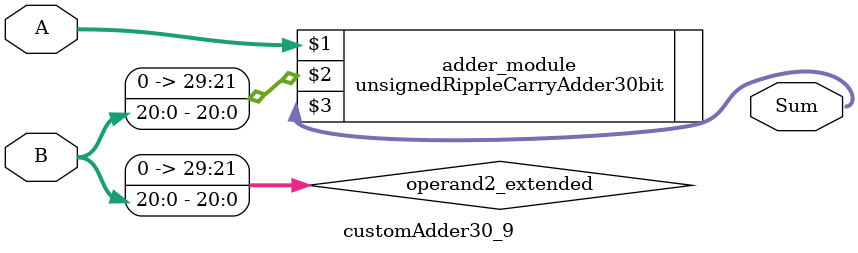
<source format=v>

module customAdder30_9(
                    input [29 : 0] A,
                    input [20 : 0] B,
                    
                    output [30 : 0] Sum
            );

    wire [29 : 0] operand2_extended;
    
    assign operand2_extended =  {9'b0, B};
    
    unsignedRippleCarryAdder30bit adder_module(
        A,
        operand2_extended,
        Sum
    );
    
endmodule
        
</source>
